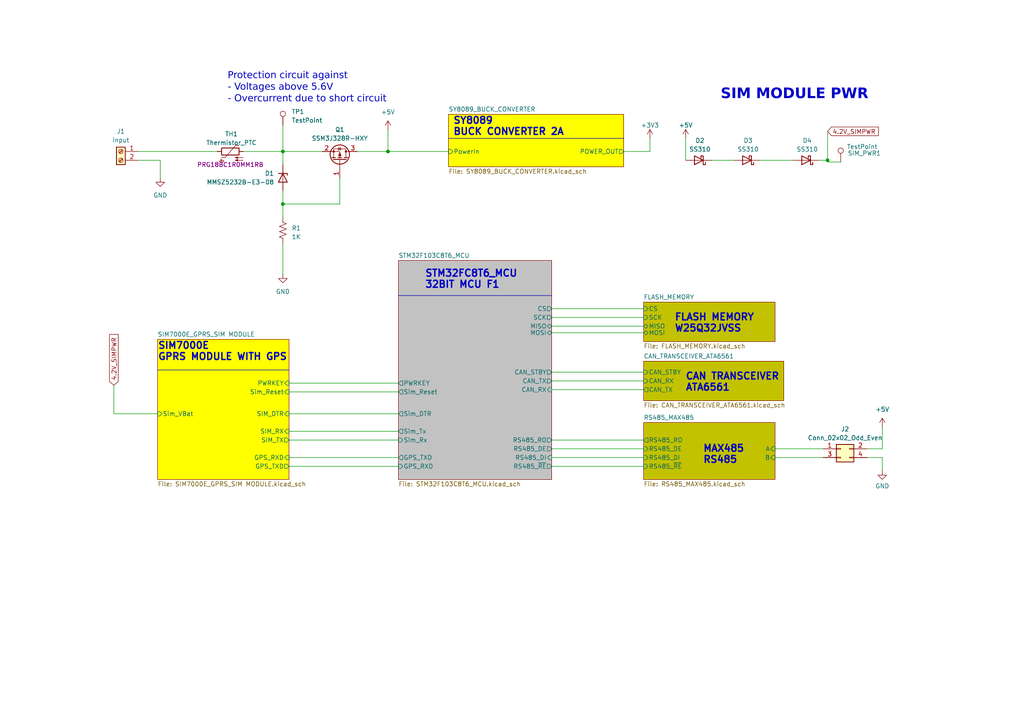
<source format=kicad_sch>
(kicad_sch (version 20230121) (generator eeschema)
  (paper "A4")
  (lib_symbols
    (symbol "Connector:Screw_Terminal_01x02" (pin_names (offset 1.016) hide)
      (property "Reference" "J" (at 0 2.54 0))
      (property "Value" "Screw_Terminal_01x02" (at 0 -5.08 0))
      (symbol "Screw_Terminal_01x02_1_1"
        (rectangle (start -1.27 1.27) (end 1.27 -3.81) (stroke (width 0.254)) (fill (type background)))
        (circle (center 0 -2.54) (radius 0.635) (stroke (width 0.1524)))
        (polyline (pts (xy -0.5334 -2.2098) (xy 0.3302 -3.048)) (stroke (width 0.1524)))
        (polyline (pts (xy -0.5334 0.3302) (xy 0.3302 -0.508)) (stroke (width 0.1524)))
        (polyline (pts (xy -0.3556 -2.032) (xy 0.508 -2.8702)) (stroke (width 0.1524)))
        (polyline (pts (xy -0.3556 0.508) (xy 0.508 -0.3302)) (stroke (width 0.1524)))
        (circle (center 0 0) (radius 0.635) (stroke (width 0.1524)))
        (pin passive line (at -5.08 0 0) (length 3.81) (name "Pin_1") (number "1"))
        (pin passive line (at -5.08 -2.54 0) (length 3.81) (name "Pin_2") (number "2"))
      )
    )
    (symbol "Connector:TestPoint" (pin_numbers hide) (pin_names (offset 0.762) hide)
      (property "Reference" "TP" (at 0 6.858 0))
      (property "Value" "TestPoint" (at 0 5.08 0))
      (symbol "TestPoint_0_1"
        (circle (center 0 3.302) (radius 0.762))
      )
      (symbol "TestPoint_1_1"
        (pin passive line (at 0 0 90) (length 2.54) (name "1") (number "1"))
      )
    )
    (symbol "Connector_Generic:Conn_02x02_Odd_Even" (pin_names (offset 1.016) hide)
      (property "Reference" "J" (at 1.27 2.54 0))
      (property "Value" "Conn_02x02_Odd_Even" (at 1.27 -5.08 0))
      (symbol "Conn_02x02_Odd_Even_1_1"
        (rectangle (start -1.27 -2.413) (end 0 -2.667) (stroke (width 0.1524)))
        (rectangle (start -1.27 0.127) (end 0 -0.127) (stroke (width 0.1524)))
        (rectangle (start -1.27 1.27) (end 3.81 -3.81) (stroke (width 0.254)) (fill (type background)))
        (rectangle (start 3.81 -2.413) (end 2.54 -2.667) (stroke (width 0.1524)))
        (rectangle (start 3.81 0.127) (end 2.54 -0.127) (stroke (width 0.1524)))
        (pin passive line (at -5.08 0 0) (length 3.81) (name "Pin_1") (number "1"))
        (pin passive line (at 7.62 0 180) (length 3.81) (name "Pin_2") (number "2"))
        (pin passive line (at -5.08 -2.54 0) (length 3.81) (name "Pin_3") (number "3"))
        (pin passive line (at 7.62 -2.54 180) (length 3.81) (name "Pin_4") (number "4"))
      )
    )
    (symbol "Device:D_Schottky" (pin_numbers hide) (pin_names (offset 1.016) hide)
      (property "Reference" "D" (at 0 2.54 0))
      (property "Value" "D_Schottky" (at 0 -2.54 0))
      (symbol "D_Schottky_0_1"
        (polyline (pts (xy 1.27 0) (xy -1.27 0)))
        (polyline (pts (xy 1.27 1.27) (xy 1.27 -1.27) (xy -1.27 0) (xy 1.27 1.27)) (stroke (width 0.254)))
        (polyline (pts (xy -1.905 0.635) (xy -1.905 1.27) (xy -1.27 1.27) (xy -1.27 -1.27) (xy -0.635 -1.27) (xy -0.635 -0.635)) (stroke (width 0.254)))
      )
      (symbol "D_Schottky_1_1"
        (pin passive line (at -3.81 0 0) (length 2.54) (name "K") (number "1"))
        (pin passive line (at 3.81 0 180) (length 2.54) (name "A") (number "2"))
      )
    )
    (symbol "Device:D_Zener" (pin_numbers hide) (pin_names (offset 1.016) hide)
      (property "Reference" "D" (at 0 2.54 0))
      (property "Value" "D_Zener" (at 0 -2.54 0))
      (symbol "D_Zener_0_1"
        (polyline (pts (xy 1.27 0) (xy -1.27 0)))
        (polyline (pts (xy -1.27 -1.27) (xy -1.27 1.27) (xy -0.762 1.27)) (stroke (width 0.254)))
        (polyline (pts (xy 1.27 -1.27) (xy 1.27 1.27) (xy -1.27 0) (xy 1.27 -1.27)) (stroke (width 0.254)))
      )
      (symbol "D_Zener_1_1"
        (pin passive line (at -3.81 0 0) (length 2.54) (name "K") (number "1"))
        (pin passive line (at 3.81 0 180) (length 2.54) (name "A") (number "2"))
      )
    )
    (symbol "Device:Q_PMOS_GSD" (pin_names (offset 0) hide)
      (property "Reference" "Q" (at 5.08 1.27 0))
      (property "Value" "Q_PMOS_GSD" (at 5.08 -1.27 0))
      (symbol "Q_PMOS_GSD_0_1"
        (polyline (pts (xy 0.254 0) (xy -2.54 0)))
        (polyline (pts (xy 0.254 1.905) (xy 0.254 -1.905)) (stroke (width 0.254)))
        (polyline (pts (xy 0.762 -1.27) (xy 0.762 -2.286)) (stroke (width 0.254)))
        (polyline (pts (xy 0.762 0.508) (xy 0.762 -0.508)) (stroke (width 0.254)))
        (polyline (pts (xy 0.762 2.286) (xy 0.762 1.27)) (stroke (width 0.254)))
        (polyline (pts (xy 2.54 2.54) (xy 2.54 1.778)))
        (polyline (pts (xy 2.54 -2.54) (xy 2.54 0) (xy 0.762 0)))
        (polyline (pts (xy 0.762 1.778) (xy 3.302 1.778) (xy 3.302 -1.778) (xy 0.762 -1.778)))
        (polyline (pts (xy 2.286 0) (xy 1.27 0.381) (xy 1.27 -0.381) (xy 2.286 0)) (fill (type outline)))
        (polyline (pts (xy 2.794 -0.508) (xy 2.921 -0.381) (xy 3.683 -0.381) (xy 3.81 -0.254)))
        (polyline (pts (xy 3.302 -0.381) (xy 2.921 0.254) (xy 3.683 0.254) (xy 3.302 -0.381)))
        (circle (center 1.651 0) (radius 2.794) (stroke (width 0.254)))
        (circle (center 2.54 -1.778) (radius 0.254) (fill (type outline)))
        (circle (center 2.54 1.778) (radius 0.254) (fill (type outline)))
      )
      (symbol "Q_PMOS_GSD_1_1"
        (pin input line (at -5.08 0 0) (length 2.54) (name "G") (number "1"))
        (pin passive line (at 2.54 -5.08 90) (length 2.54) (name "S") (number "2"))
        (pin passive line (at 2.54 5.08 270) (length 2.54) (name "D") (number "3"))
      )
    )
    (symbol "Device:R_US" (pin_numbers hide) (pin_names (offset 0))
      (property "Reference" "R" (at 2.54 0 90))
      (property "Value" "R_US" (at -2.54 0 90))
      (symbol "R_US_0_1"
        (polyline (pts (xy 0 -2.286) (xy 0 -2.54)))
        (polyline (pts (xy 0 2.286) (xy 0 2.54)))
        (polyline (pts (xy 0 -0.762) (xy 1.016 -1.143) (xy 0 -1.524) (xy -1.016 -1.905) (xy 0 -2.286)))
        (polyline (pts (xy 0 0.762) (xy 1.016 0.381) (xy 0 0) (xy -1.016 -0.381) (xy 0 -0.762)))
        (polyline (pts (xy 0 2.286) (xy 1.016 1.905) (xy 0 1.524) (xy -1.016 1.143) (xy 0 0.762)))
      )
      (symbol "R_US_1_1"
        (pin passive line (at 0 3.81 270) (length 1.27) (name "~") (number "1"))
        (pin passive line (at 0 -3.81 90) (length 1.27) (name "~") (number "2"))
      )
    )
    (symbol "Device:Thermistor_PTC" (pin_numbers hide) (pin_names (offset 0))
      (property "Reference" "TH" (at -4.064 0 90))
      (property "Value" "Thermistor_PTC" (at 3.048 0 90))
      (symbol "Thermistor_PTC_0_1"
        (arc (start -3.048 2.159) (mid -3.0495 2.3143) (end -3.175 2.413))
        (arc (start -3.048 2.159) (mid -2.9736 1.9794) (end -2.794 1.905))
        (arc (start -3.048 2.794) (mid -2.9736 2.6144) (end -2.794 2.54))
        (arc (start -2.794 1.905) (mid -2.6144 1.9794) (end -2.54 2.159))
        (arc (start -2.794 2.54) (mid -2.4393 2.5587) (end -2.159 2.794))
        (arc (start -2.794 3.048) (mid -2.9736 2.9736) (end -3.048 2.794))
        (arc (start -2.54 2.794) (mid -2.6144 2.9736) (end -2.794 3.048))
        (rectangle (start -1.016 2.54) (end 1.016 -2.54) (stroke (width 0.254)))
        (polyline (pts (xy -2.54 2.159) (xy -2.54 2.794)))
        (polyline (pts (xy -1.778 2.54) (xy -1.778 1.524) (xy 1.778 -1.524) (xy 1.778 -2.54)))
        (polyline (pts (xy -2.54 -3.683) (xy -2.54 -1.397) (xy -2.794 -2.159) (xy -2.286 -2.159) (xy -2.54 -1.397) (xy -2.54 -1.651)) (fill (type outline)))
        (polyline (pts (xy -1.778 -3.683) (xy -1.778 -1.397) (xy -2.032 -2.159) (xy -1.524 -2.159) (xy -1.778 -1.397) (xy -1.778 -1.651)) (fill (type outline)))
      )
      (symbol "Thermistor_PTC_1_1"
        (pin passive line (at 0 3.81 270) (length 1.27) (name "~") (number "1"))
        (pin passive line (at 0 -3.81 90) (length 1.27) (name "~") (number "2"))
      )
    )
    (symbol "power:+3V3" (power) (pin_names (offset 0))
      (property "Value" "+3V3" (at 0 3.556 0))
      (symbol "+3V3_0_1"
        (polyline (pts (xy -0.762 1.27) (xy 0 2.54)))
        (polyline (pts (xy 0 0) (xy 0 2.54)))
        (polyline (pts (xy 0 2.54) (xy 0.762 1.27)))
      )
      (symbol "+3V3_1_1"
        (pin power_in line (at 0 0 90) (length 0) hide (name "+3V3") (number "1"))
      )
    )
    (symbol "power:+5V" (power) (pin_names (offset 0))
      (property "Value" "+5V" (at 0 3.556 0))
      (symbol "+5V_0_1"
        (polyline (pts (xy -0.762 1.27) (xy 0 2.54)))
        (polyline (pts (xy 0 0) (xy 0 2.54)))
        (polyline (pts (xy 0 2.54) (xy 0.762 1.27)))
      )
      (symbol "+5V_1_1"
        (pin power_in line (at 0 0 90) (length 0) hide (name "+5V") (number "1"))
      )
    )
    (symbol "power:GND" (power) (pin_names (offset 0))
      (property "Value" "GND" (at 0 -3.81 0))
      (symbol "GND_0_1"
        (polyline (pts (xy 0 0) (xy 0 -1.27) (xy 1.27 -1.27) (xy 0 -2.54) (xy -1.27 -1.27) (xy 0 -1.27)))
      )
      (symbol "GND_1_1"
        (pin power_in line (at 0 0 270) (length 0) hide (name "GND") (number "1"))
      )
    )
  )
  (junction (at 82.042 59.182))
  (junction (at 82.042 43.942))
  (junction (at 112.522 43.942))
  (junction (at 240.03 46.482))
  (wire (pts (xy 255.905 123.825) (xy 255.905 130.175)))
  (wire (pts (xy 160.02 96.52) (xy 186.69 96.52)))
  (polyline (pts (xy 130.0911 40.132) (xy 180.8911 40.132)))
  (wire (pts (xy 243.84 46.99) (xy 240.03 46.99)))
  (wire (pts (xy 229.997 46.482) (xy 220.472 46.482)))
  (wire (pts (xy 98.552 51.562) (xy 98.552 59.182)))
  (wire (pts (xy 83.82 135.255) (xy 115.57 135.255)))
  (wire (pts (xy 82.042 47.752) (xy 82.042 43.942)))
  (wire (pts (xy 83.82 127.635) (xy 115.57 127.635)))
  (wire (pts (xy 83.82 125.095) (xy 115.57 125.095)))
  (polyline (pts (xy 45.72 107.315) (xy 83.82 107.315)))
  (wire (pts (xy 112.522 43.942) (xy 130.0911 43.942)))
  (wire (pts (xy 33.02 120.015) (xy 45.72 120.015)))
  (wire (pts (xy 160.02 135.255) (xy 186.69 135.255)))
  (wire (pts (xy 160.02 92.075) (xy 186.69 92.075)))
  (wire (pts (xy 198.882 40.132) (xy 198.882 46.482)))
  (wire (pts (xy 46.482 46.482) (xy 40.132 46.482)))
  (wire (pts (xy 240.03 46.99) (xy 240.03 46.482)))
  (polyline (pts (xy 115.57 85.725) (xy 160.02 85.725)))
  (wire (pts (xy 255.905 130.175) (xy 251.46 130.175)))
  (wire (pts (xy 240.03 38.1) (xy 240.03 46.482)))
  (wire (pts (xy 40.132 43.942) (xy 62.992 43.942)))
  (wire (pts (xy 255.905 136.525) (xy 255.905 132.715)))
  (wire (pts (xy 160.02 110.49) (xy 186.69 110.49)))
  (wire (pts (xy 82.042 36.322) (xy 82.042 43.942)))
  (wire (pts (xy 188.5111 40.132) (xy 188.5111 43.942)))
  (wire (pts (xy 82.042 59.182) (xy 82.042 62.992)))
  (wire (pts (xy 212.852 46.482) (xy 206.502 46.482)))
  (wire (pts (xy 46.482 51.562) (xy 46.482 46.482)))
  (wire (pts (xy 160.02 113.03) (xy 186.69 113.03)))
  (wire (pts (xy 82.042 70.612) (xy 82.042 79.502)))
  (wire (pts (xy 83.82 113.665) (xy 115.57 113.665)))
  (wire (pts (xy 82.042 43.942) (xy 93.472 43.942)))
  (wire (pts (xy 70.612 43.942) (xy 82.042 43.942)))
  (wire (pts (xy 160.02 130.175) (xy 186.69 130.175)))
  (wire (pts (xy 160.02 107.95) (xy 186.69 107.95)))
  (wire (pts (xy 98.552 59.182) (xy 82.042 59.182)))
  (wire (pts (xy 224.79 130.175) (xy 238.76 130.175)))
  (wire (pts (xy 160.02 89.535) (xy 186.69 89.535)))
  (wire (pts (xy 160.02 132.715) (xy 186.69 132.715)))
  (wire (pts (xy 83.82 120.015) (xy 115.57 120.015)))
  (wire (pts (xy 103.632 43.942) (xy 112.522 43.942)))
  (wire (pts (xy 237.617 46.482) (xy 240.03 46.482)))
  (wire (pts (xy 83.82 132.715) (xy 115.57 132.715)))
  (wire (pts (xy 82.042 55.372) (xy 82.042 59.182)))
  (wire (pts (xy 33.02 111.76) (xy 33.02 120.015)))
  (wire (pts (xy 160.02 127.635) (xy 186.69 127.635)))
  (wire (pts (xy 180.8911 43.942) (xy 188.5111 43.942)))
  (wire (pts (xy 251.46 132.715) (xy 255.905 132.715)))
  (wire (pts (xy 224.79 132.715) (xy 238.76 132.715)))
  (wire (pts (xy 112.522 37.592) (xy 112.522 43.942)))
  (wire (pts (xy 160.02 94.615) (xy 186.69 94.615)))
  (wire (pts (xy 83.82 111.125) (xy 115.57 111.125)))
  (text "FLASH MEMORY\nW25Q32JVSS" (at 195.58 96.52 0) (effects (font (size 2 2) (thickness 0.4) bold) (justify left bottom)))
  (text "STM32FC8T6_MCU\n32BIT MCU F1" (at 123.19 83.82 0) (effects (font (size 2 2) (thickness 0.4) bold) (justify left bottom)))
  (text "MAX485\nRS485" (at 203.835 134.62 0) (effects (font (size 2 2) (thickness 0.4) bold) (justify left bottom)))
  (text "SY8089\nBUCK CONVERTER 2A" (at 131.3611 39.497 0) (effects (font (size 2 2) (thickness 0.4) bold) (justify left bottom)))
  (text "SIM MODULE PWR" (at 209.042 29.972 0) (effects (font (size 3 3) (thickness 1) bold) (justify left bottom)))
  (text "CAN TRANSCEIVER\nATA6561" (at 198.755 113.665 0) (effects (font (size 2 2) (thickness 0.4) bold) (justify left bottom)))
  (text "Protection circuit against\n- Voltages above 5.6V\n- Overcurrent due to short circuit" (at 66.04 30.48 0) (effects (font (size 2 2)) (justify left bottom)))
  (text "SIM7000E\nGPRS MODULE WITH GPS" (at 45.72 104.775 0) (effects (font (size 2 2) (thickness 0.4) bold) (justify left bottom)))
  (global_label "4.2V_SIMPWR" (shape input) (at 240.03 38.1 0) (property "Intersheetrefs" "${INTERSHEET_REFS}" (effects hide)))
  (global_label "4.2V_SIMPWR" (shape input) (at 33.02 111.76 90) (property "Intersheetrefs" "${INTERSHEET_REFS}" (effects hide)))
  (symbol (lib_id "Device:R_US") (at 82.042 66.802 0) (unit 1)
    (property "Reference" "R1" (at 84.582 66.167 0) (effects (justify left)))
    (property "Value" "1K" (at 84.582 68.707 0) (effects (justify left)))
    (property "Footprint" "Resistor_SMD:R_0402_1005Metric" (effects hide))
  )
  (symbol (lib_id "power:+5V") (at 112.522 37.592 0) (unit 1)
    (property "Reference" "#PWR03" (effects hide))
    (property "Value" "+5V" (at 112.522 32.512 0))
  )
  (symbol (lib_id "power:GND") (at 255.905 136.525 0) (unit 1)
    (property "Reference" "#PWR060" (effects hide))
    (property "Value" "GND" (at 255.905 140.97 0))
  )
  (symbol (lib_id "power:GND") (at 82.042 79.502 0) (unit 1)
    (property "Reference" "#PWR02" (effects hide))
    (property "Value" "GND" (at 82.042 84.582 0))
  )
  (symbol (lib_id "Connector:TestPoint") (at 243.84 46.99 0) (mirror y) (unit 1)
    (property "Reference" "SIM_PWR1" (at 250.698 44.45 0))
    (property "Value" "TestPoint" (at 250.063 42.545 0))
    (property "Footprint" "TestPoint:TestPoint_Pad_D1.0mm" (effects hide))
  )
  (symbol (lib_id "power:+3V3") (at 188.5111 40.132 0) (unit 1)
    (property "Reference" "#PWR04" (effects hide))
    (property "Value" "+3V3" (at 188.5111 36.322 0))
  )
  (symbol (lib_id "Device:D_Schottky") (at 233.807 46.482 180) (unit 1)
    (property "Reference" "D4" (at 234.1245 40.767 0))
    (property "Value" "SS310" (at 234.1245 43.307 0))
    (property "Footprint" "Diode_SMD:D_SMA" (effects hide))
  )
  (symbol (lib_id "Device:D_Schottky") (at 202.692 46.482 180) (unit 1)
    (property "Reference" "D2" (at 203.0095 40.767 0))
    (property "Value" "SS310" (at 203.0095 43.307 0))
    (property "Footprint" "Diode_SMD:D_SMA" (effects hide))
  )
  (symbol (lib_id "power:GND") (at 46.482 51.562 0) (unit 1)
    (property "Reference" "#PWR01" (effects hide))
    (property "Value" "GND" (at 46.482 56.642 0))
  )
  (symbol (lib_id "Connector_Generic:Conn_02x02_Odd_Even") (at 243.84 130.175 0) (unit 1)
    (property "Reference" "J2" (at 245.11 124.46 0))
    (property "Value" "Conn_02x02_Odd_Even" (at 245.11 127 0))
    (property "Footprint" "Connector_Molex:Molex_Nano-Fit_105314-xx04_2x02_P2.50mm_Horizontal" (effects hide))
  )
  (symbol (lib_id "power:+5V") (at 198.882 40.132 0) (unit 1)
    (property "Reference" "#PWR05" (effects hide))
    (property "Value" "+5V" (at 198.882 36.322 0))
  )
  (symbol (lib_id "Connector:Screw_Terminal_01x02") (at 35.052 43.942 0) (mirror y) (unit 1)
    (property "Reference" "J1" (at 35.052 38.1 0))
    (property "Value" "Input" (at 35.052 40.64 0))
    (property "Footprint" "TerminalBlock_Phoenix:TerminalBlock_Phoenix_PT-1,5-2-3.5-H_1x02_P3.50mm_Horizontal" (effects hide))
  )
  (symbol (lib_id "Device:Thermistor_PTC") (at 66.802 43.942 90) (unit 1)
    (property "Reference" "TH1" (at 67.1195 38.862 90))
    (property "Value" "Thermistor_PTC" (at 67.1195 41.402 90))
    (property "Footprint" "Fuse:Fuse_0603_1608Metric_Pad1.05x0.95mm_HandSolder" (effects hide))
    (property "MPN" "PRG18BC1R0MM1RB" (at 66.802 47.752 90))
  )
  (symbol (lib_id "Connector:TestPoint") (at 82.042 36.322 0) (unit 1)
    (property "Reference" "TP1" (at 84.582 32.385 0) (effects (justify left)))
    (property "Value" "TestPoint" (at 84.582 34.925 0) (effects (justify left)))
    (property "Footprint" "TestPoint:TestPoint_Pad_D1.0mm" (effects hide))
  )
  (symbol (lib_id "Device:D_Zener") (at 82.042 51.562 270) (unit 1)
    (property "Reference" "D1" (at 79.502 50.292 90) (effects (justify right)))
    (property "Value" "MMSZ5232B-E3-08" (at 79.502 52.832 90) (effects (justify right)))
    (property "Footprint" "Diode_SMD:D_SOD-123" (effects hide))
  )
  (symbol (lib_id "power:+5V") (at 255.905 123.825 0) (unit 1)
    (property "Reference" "#PWR061" (effects hide))
    (property "Value" "+5V" (at 255.905 118.745 0))
  )
  (symbol (lib_id "Device:Q_PMOS_GSD") (at 98.552 46.482 270) (mirror x) (unit 1)
    (property "Reference" "Q1" (at 98.552 37.592 90))
    (property "Value" "SSM3J328R-HXY" (at 98.552 40.132 90))
    (property "Footprint" "Package_TO_SOT_SMD:SOT-23" (effects hide))
  )
  (symbol (lib_id "Device:D_Schottky") (at 216.662 46.482 180) (unit 1)
    (property "Reference" "D3" (at 216.9795 40.767 0))
    (property "Value" "SS310" (at 216.9795 43.307 0))
    (property "Footprint" "Diode_SMD:D_SMA" (effects hide))
  )
  (sheet (at 186.69 122.555) (size 38.1 16.51) (stroke (width 0.1524)) (fill (color 194 194 0 1.0000))
    (property "Sheetname" "RS485_MAX485" (at 186.69 121.8434 0) (effects (justify left bottom)))
    (property "Sheetfile" "RS485_MAX485.kicad_sch" (at 186.69 139.6496 0) (effects (justify left top)))
    (pin "B" input (at 224.79 132.715 0))
    (pin "A" input (at 224.79 130.175 0))
    (pin "RS485_RO" output (at 186.69 127.635 180))
    (pin "RS485_DE" input (at 186.69 130.175 180))
    (pin "RS485_DI" input (at 186.69 132.715 180))
    (pin "RS485_~{RE}" input (at 186.69 135.255 180))
  )
  (sheet (at 186.69 87.63) (size 38.1 11.43) (stroke (width 0.1524)) (fill (color 194 194 0 1.0000))
    (property "Sheetname" "FLASH_MEMORY" (at 186.69 86.9184 0) (effects (justify left bottom)))
    (property "Sheetfile" "FLASH_MEMORY.kicad_sch" (at 186.69 99.6446 0) (effects (justify left top)))
    (pin "MOSI" bidirectional (at 186.69 96.52 180))
    (pin "MISO" bidirectional (at 186.69 94.615 180))
    (pin "SCK" input (at 186.69 92.075 180))
    (pin "CS" input (at 186.69 89.535 180))
  )
  (sheet (at 45.72 98.425) (size 38.1 40.64) (stroke (width 0.1524)) (fill (color 255 255 0 1.0000))
    (property "Sheetname" "SIM7000E_GPRS_SIM MODULE" (at 45.72 97.7134 0) (effects (justify left bottom)))
    (property "Sheetfile" "SIM7000E_GPRS_SIM MODULE.kicad_sch" (at 45.72 139.6496 0) (effects (justify left top)))
    (pin "SIM_RX" input (at 83.82 125.095 0))
    (pin "GPS_RXD" input (at 83.82 132.715 0))
    (pin "GPS_TXD" output (at 83.82 135.255 0))
    (pin "SIM_TX" output (at 83.82 127.635 0))
    (pin "SIM_DTR" input (at 83.82 120.015 0))
    (pin "Sim_Reset" input (at 83.82 113.665 0))
    (pin "PWRKEY" input (at 83.82 111.125 0))
    (pin "Sim_VBat" input (at 45.72 120.015 180))
  )
  (sheet (at 115.57 75.565) (size 44.45 63.5) (stroke (width 0.1524)) (fill (color 194 194 194 1.0000))
    (property "Sheetname" "STM32F103C8T6_MCU" (at 115.57 74.8534 0) (effects (justify left bottom)))
    (property "Sheetfile" "STM32F103C8T6_MCU.kicad_sch" (at 115.57 139.6496 0) (effects (justify left top)))
    (pin "PWRKEY" output (at 115.57 111.125 180))
    (pin "RS485_RO" output (at 160.02 127.635 0))
    (pin "RS485_DE" output (at 160.02 130.175 0))
    (pin "RS485_DI" input (at 160.02 132.715 0))
    (pin "Sim_DTR" output (at 115.57 120.015 180))
    (pin "Sim_Reset" output (at 115.57 113.665 180))
    (pin "RS485_~{RE}" output (at 160.02 135.255 0))
    (pin "GPS_RXD" input (at 115.57 135.255 180))
    (pin "GPS_TXD" output (at 115.57 132.715 180))
    (pin "CAN_STBY" output (at 160.02 107.95 0))
    (pin "CAN_TX" output (at 160.02 110.49 0))
    (pin "CAN_RX" input (at 160.02 113.03 0))
    (pin "Sim_Tx" output (at 115.57 125.095 180))
    (pin "Sim_Rx" input (at 115.57 127.635 180))
    (pin "CS" output (at 160.02 89.535 0))
    (pin "SCK" output (at 160.02 92.075 0))
    (pin "MOSI" bidirectional (at 160.02 96.52 0))
    (pin "MISO" bidirectional (at 160.02 94.615 0))
  )
  (sheet (at 130.0911 33.147) (size 50.8 15.24) (stroke (width 0.1524)) (fill (color 255 255 0 1.0000))
    (property "Sheetname" "SY8089_BUCK_CONVERTER" (at 130.0911 32.4354 0) (effects (justify left bottom)))
    (property "Sheetfile" "SY8089_BUCK_CONVERTER.kicad_sch" (at 130.0911 48.9716 0) (effects (justify left top)))
    (pin "POWER_OUT" output (at 180.8911 43.942 0))
    (pin "PowerIn" input (at 130.0911 43.942 180))
  )
  (sheet (at 186.69 104.775) (size 40.64 11.43) (stroke (width 0.1524)) (fill (color 194 194 0 1.0000))
    (property "Sheetname" "CAN_TRANSCEIVER_ATA6561" (at 186.69 104.0634 0) (effects (justify left bottom)))
    (property "Sheetfile" "CAN_TRANSCEIVER_ATA6561.kicad_sch" (at 186.69 116.7896 0) (effects (justify left top)))
    (pin "CAN_RX" input (at 186.69 110.49 180))
    (pin "CAN_STBY" input (at 186.69 107.95 180))
    (pin "CAN_TX" output (at 186.69 113.03 180))
  )
)
</source>
